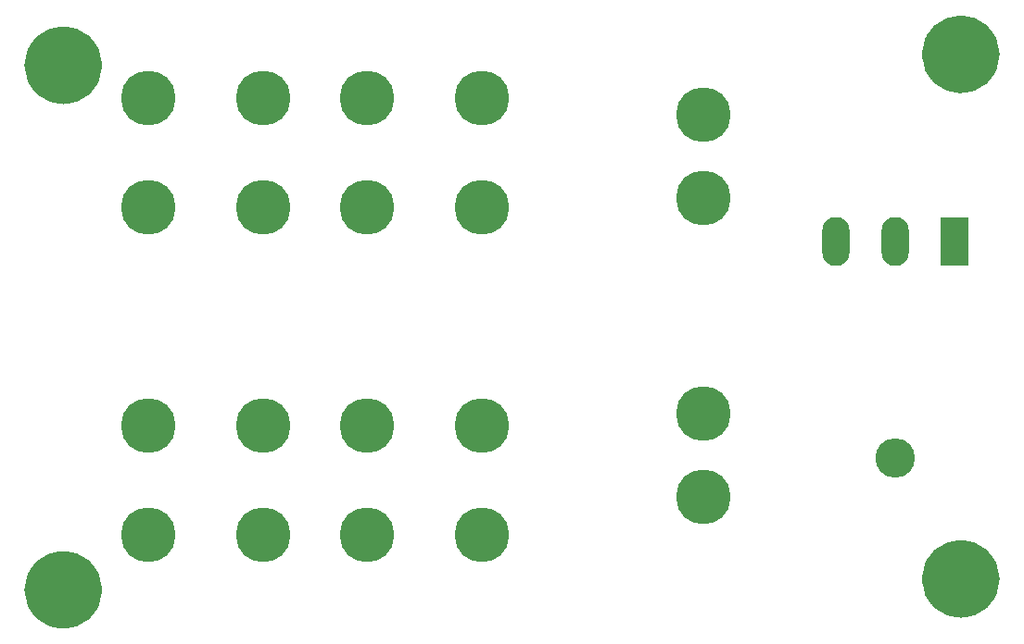
<source format=gbr>
%TF.GenerationSoftware,KiCad,Pcbnew,8.0.7-8.0.7-0~ubuntu22.04.1*%
%TF.CreationDate,2024-12-28T18:58:49+01:00*%
%TF.ProjectId,CrowBar,43726f77-4261-4722-9e6b-696361645f70,1.0A*%
%TF.SameCoordinates,Original*%
%TF.FileFunction,Soldermask,Bot*%
%TF.FilePolarity,Negative*%
%FSLAX46Y46*%
G04 Gerber Fmt 4.6, Leading zero omitted, Abs format (unit mm)*
G04 Created by KiCad (PCBNEW 8.0.7-8.0.7-0~ubuntu22.04.1) date 2024-12-28 18:58:49*
%MOMM*%
%LPD*%
G01*
G04 APERTURE LIST*
%ADD10C,3.550000*%
%ADD11C,5.000000*%
%ADD12O,3.600000X3.600000*%
%ADD13R,2.500000X4.500000*%
%ADD14O,2.500000X4.500000*%
G04 APERTURE END LIST*
D10*
X187775000Y-69000000D02*
G75*
G02*
X184225000Y-69000000I-1775000J0D01*
G01*
X184225000Y-69000000D02*
G75*
G02*
X187775000Y-69000000I1775000J0D01*
G01*
X105775000Y-70000000D02*
G75*
G02*
X102225000Y-70000000I-1775000J0D01*
G01*
X102225000Y-70000000D02*
G75*
G02*
X105775000Y-70000000I1775000J0D01*
G01*
X105775000Y-22000000D02*
G75*
G02*
X102225000Y-22000000I-1775000J0D01*
G01*
X102225000Y-22000000D02*
G75*
G02*
X105775000Y-22000000I1775000J0D01*
G01*
X187775000Y-21000000D02*
G75*
G02*
X184225000Y-21000000I-1775000J0D01*
G01*
X184225000Y-21000000D02*
G75*
G02*
X187775000Y-21000000I1775000J0D01*
G01*
D11*
%TO.C,J2*%
X122250000Y-25000000D03*
X111750000Y-25000000D03*
X122250000Y-35000000D03*
X111750000Y-35000000D03*
%TD*%
%TO.C,J1*%
X142250000Y-25000000D03*
X131750000Y-25000000D03*
X142250000Y-35000000D03*
X131750000Y-35000000D03*
%TD*%
D12*
%TO.C,D2*%
X180000000Y-57970000D03*
D13*
X185450000Y-38110000D03*
D14*
X180000000Y-38110000D03*
X174550000Y-38110000D03*
%TD*%
D11*
%TO.C,J4*%
X122250000Y-55000000D03*
X111750000Y-55000000D03*
X122250000Y-65000000D03*
X111750000Y-65000000D03*
%TD*%
%TO.C,F1*%
X162500000Y-61450000D03*
X162500000Y-53850000D03*
X162500000Y-34150000D03*
X162500000Y-26550000D03*
%TD*%
%TO.C,J3*%
X142250000Y-55000000D03*
X131750000Y-55000000D03*
X142250000Y-65000000D03*
X131750000Y-65000000D03*
%TD*%
M02*

</source>
